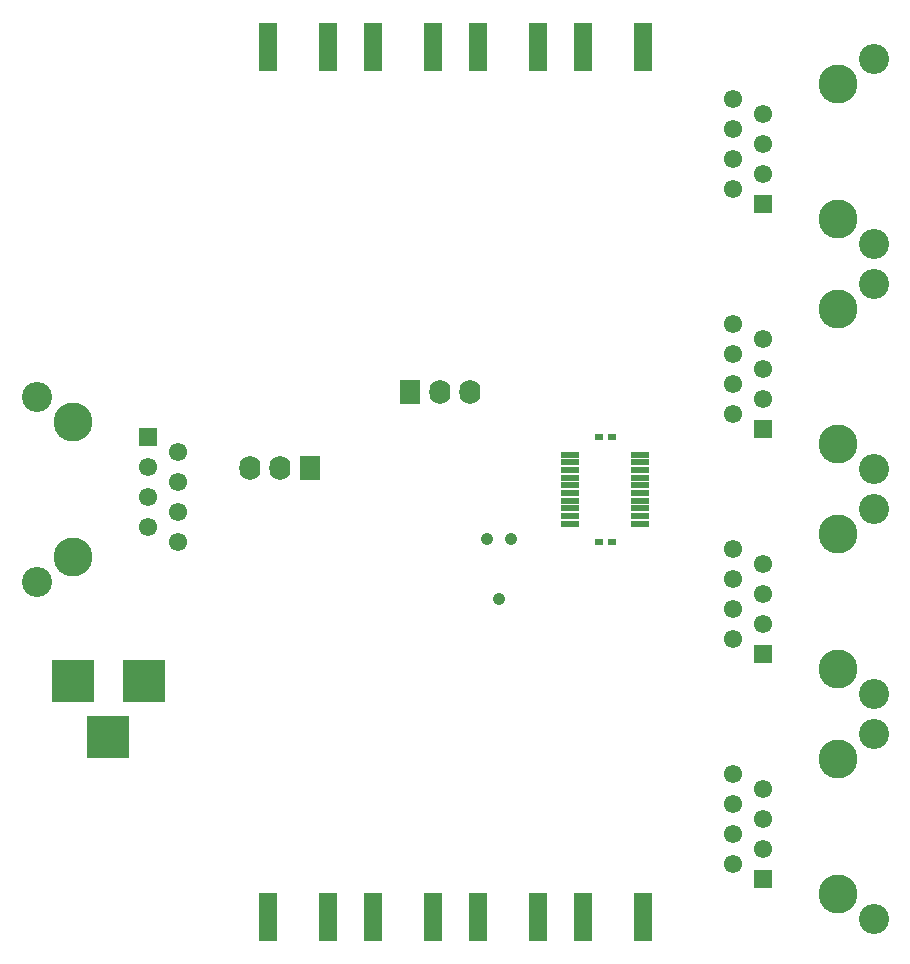
<source format=gbr>
G04 #@! TF.FileFunction,Soldermask,Bot*
%FSLAX46Y46*%
G04 Gerber Fmt 4.6, Leading zero omitted, Abs format (unit mm)*
G04 Created by KiCad (PCBNEW (2016-02-16 BZR 6568, Git 6c5f954)-product) date Sun 21 Feb 2016 12:14:23 PM EST*
%MOMM*%
G01*
G04 APERTURE LIST*
%ADD10C,0.100000*%
%ADD11R,0.650800X0.550800*%
%ADD12R,3.550920X3.550920*%
%ADD13C,3.302000*%
%ADD14R,1.551940X1.551940*%
%ADD15C,1.551940*%
%ADD16C,2.550800*%
%ADD17C,1.041800*%
%ADD18R,1.778000X2.082800*%
%ADD19O,1.778000X2.082800*%
%ADD20R,1.570800X4.110800*%
%ADD21R,1.500800X0.500800*%
G04 APERTURE END LIST*
D10*
D11*
X139785000Y-101600000D03*
X140885000Y-101600000D03*
X139785000Y-110490000D03*
X140885000Y-110490000D03*
D12*
X101249480Y-122301000D03*
X95250000Y-122301000D03*
X98249740Y-127000000D03*
D13*
X160020000Y-109855000D03*
X160020000Y-121285000D03*
D14*
X153670000Y-120015000D03*
D15*
X151130000Y-118745000D03*
X153670000Y-117475000D03*
X151130000Y-116205000D03*
X153670000Y-114935000D03*
X151130000Y-113665000D03*
X153670000Y-112395000D03*
X151130000Y-111125000D03*
D16*
X163070000Y-123420000D03*
X163070000Y-107720000D03*
D13*
X95250000Y-111760000D03*
X95250000Y-100330000D03*
D14*
X101600000Y-101600000D03*
D15*
X104140000Y-102870000D03*
X101600000Y-104140000D03*
X104140000Y-105410000D03*
X101600000Y-106680000D03*
X104140000Y-107950000D03*
X101600000Y-109220000D03*
X104140000Y-110490000D03*
D16*
X92200000Y-98195000D03*
X92200000Y-113895000D03*
D13*
X160020000Y-71755000D03*
X160020000Y-83185000D03*
D14*
X153670000Y-81915000D03*
D15*
X151130000Y-80645000D03*
X153670000Y-79375000D03*
X151130000Y-78105000D03*
X153670000Y-76835000D03*
X151130000Y-75565000D03*
X153670000Y-74295000D03*
X151130000Y-73025000D03*
D16*
X163070000Y-85320000D03*
X163070000Y-69620000D03*
D13*
X160020000Y-90805000D03*
X160020000Y-102235000D03*
D14*
X153670000Y-100965000D03*
D15*
X151130000Y-99695000D03*
X153670000Y-98425000D03*
X151130000Y-97155000D03*
X153670000Y-95885000D03*
X151130000Y-94615000D03*
X153670000Y-93345000D03*
X151130000Y-92075000D03*
D16*
X163070000Y-104370000D03*
X163070000Y-88670000D03*
D13*
X160020000Y-128905000D03*
X160020000Y-140335000D03*
D14*
X153670000Y-139065000D03*
D15*
X151130000Y-137795000D03*
X153670000Y-136525000D03*
X151130000Y-135255000D03*
X153670000Y-133985000D03*
X151130000Y-132715000D03*
X153670000Y-131445000D03*
X151130000Y-130175000D03*
D16*
X163070000Y-142470000D03*
X163070000Y-126770000D03*
D17*
X131318000Y-115316000D03*
X130302000Y-110236000D03*
X132334000Y-110236000D03*
D18*
X123825000Y-97790000D03*
D19*
X126365000Y-97790000D03*
X128905000Y-97790000D03*
D20*
X138430000Y-68580000D03*
X143510000Y-68580000D03*
X129540000Y-68580000D03*
X134620000Y-68580000D03*
X120650000Y-68580000D03*
X125730000Y-68580000D03*
X111760000Y-68580000D03*
X116840000Y-68580000D03*
D18*
X115316000Y-104267000D03*
D19*
X112776000Y-104267000D03*
X110236000Y-104267000D03*
D20*
X116840000Y-142240000D03*
X111760000Y-142240000D03*
X125730000Y-142240000D03*
X120650000Y-142240000D03*
X134620000Y-142240000D03*
X129540000Y-142240000D03*
X143510000Y-142240000D03*
X138430000Y-142240000D03*
D21*
X137385000Y-108970000D03*
X137385000Y-108320000D03*
X137385000Y-107670000D03*
X137385000Y-107020000D03*
X137385000Y-106370000D03*
X137385000Y-105720000D03*
X137385000Y-105070000D03*
X137385000Y-104420000D03*
X137385000Y-103770000D03*
X137385000Y-103120000D03*
X143285000Y-103120000D03*
X143285000Y-103770000D03*
X143285000Y-104420000D03*
X143285000Y-105070000D03*
X143285000Y-105720000D03*
X143285000Y-106370000D03*
X143285000Y-107020000D03*
X143285000Y-107670000D03*
X143285000Y-108320000D03*
X143285000Y-108970000D03*
M02*

</source>
